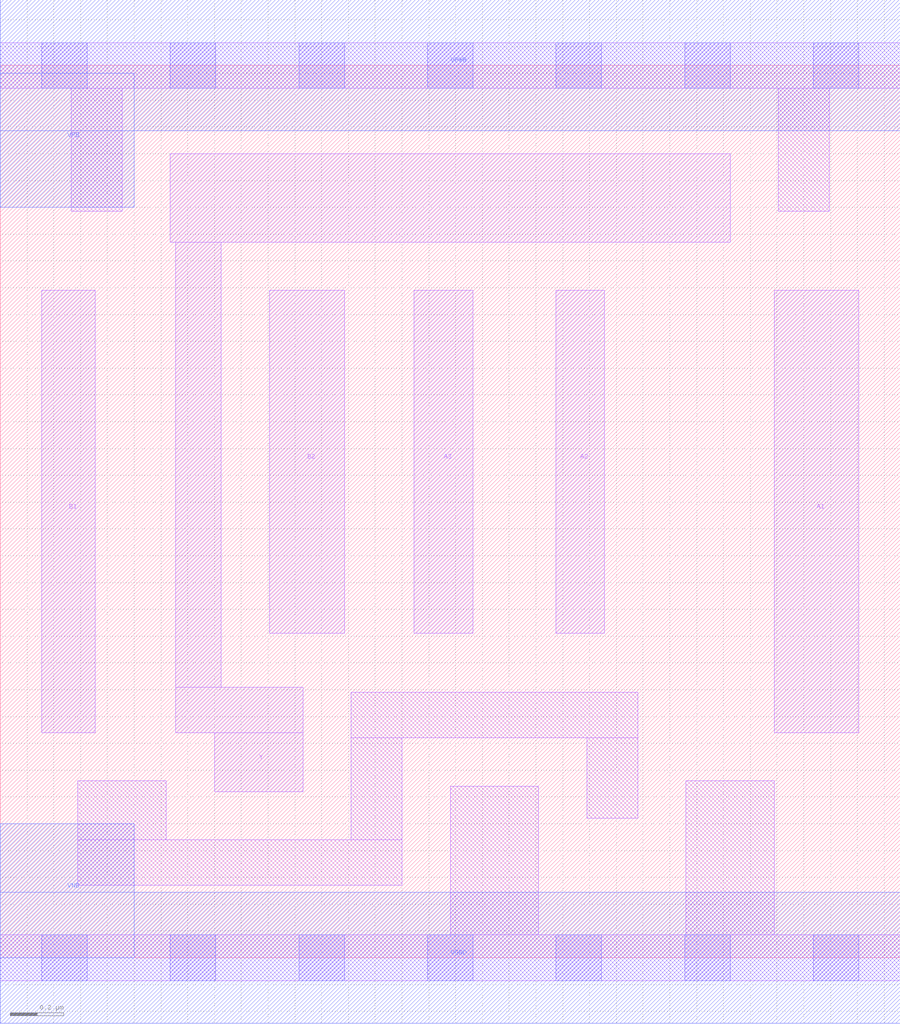
<source format=lef>
# Copyright 2020 The SkyWater PDK Authors
#
# Licensed under the Apache License, Version 2.0 (the "License");
# you may not use this file except in compliance with the License.
# You may obtain a copy of the License at
#
#     https://www.apache.org/licenses/LICENSE-2.0
#
# Unless required by applicable law or agreed to in writing, software
# distributed under the License is distributed on an "AS IS" BASIS,
# WITHOUT WARRANTIES OR CONDITIONS OF ANY KIND, either express or implied.
# See the License for the specific language governing permissions and
# limitations under the License.
#
# SPDX-License-Identifier: Apache-2.0

VERSION 5.5 ;
NAMESCASESENSITIVE ON ;
BUSBITCHARS "[]" ;
DIVIDERCHAR "/" ;
MACRO sky130_fd_sc_lp__o32ai_m
  CLASS CORE ;
  SOURCE USER ;
  ORIGIN  0.000000  0.000000 ;
  SIZE  3.360000 BY  3.330000 ;
  SYMMETRY X Y R90 ;
  SITE unit ;
  PIN A1
    ANTENNAGATEAREA  0.126000 ;
    DIRECTION INPUT ;
    USE SIGNAL ;
    PORT
      LAYER li1 ;
        RECT 2.890000 0.840000 3.205000 2.490000 ;
    END
  END A1
  PIN A2
    ANTENNAGATEAREA  0.126000 ;
    DIRECTION INPUT ;
    USE SIGNAL ;
    PORT
      LAYER li1 ;
        RECT 2.075000 1.210000 2.255000 2.490000 ;
    END
  END A2
  PIN A3
    ANTENNAGATEAREA  0.126000 ;
    DIRECTION INPUT ;
    USE SIGNAL ;
    PORT
      LAYER li1 ;
        RECT 1.545000 1.210000 1.765000 2.490000 ;
    END
  END A3
  PIN B1
    ANTENNAGATEAREA  0.126000 ;
    DIRECTION INPUT ;
    USE SIGNAL ;
    PORT
      LAYER li1 ;
        RECT 0.155000 0.840000 0.355000 2.490000 ;
    END
  END B1
  PIN B2
    ANTENNAGATEAREA  0.126000 ;
    DIRECTION INPUT ;
    USE SIGNAL ;
    PORT
      LAYER li1 ;
        RECT 1.005000 1.210000 1.285000 2.490000 ;
    END
  END B2
  PIN Y
    ANTENNADIFFAREA  0.235200 ;
    DIRECTION OUTPUT ;
    USE SIGNAL ;
    PORT
      LAYER li1 ;
        RECT 0.635000 2.670000 2.725000 3.000000 ;
        RECT 0.655000 0.840000 1.130000 1.010000 ;
        RECT 0.655000 1.010000 0.825000 2.670000 ;
        RECT 0.800000 0.620000 1.130000 0.840000 ;
    END
  END Y
  PIN VGND
    DIRECTION INOUT ;
    USE GROUND ;
    PORT
      LAYER met1 ;
        RECT 0.000000 -0.245000 3.360000 0.245000 ;
    END
  END VGND
  PIN VNB
    DIRECTION INOUT ;
    USE GROUND ;
    PORT
    END
  END VNB
  PIN VPB
    DIRECTION INOUT ;
    USE POWER ;
    PORT
    END
  END VPB
  PIN VNB
    DIRECTION INOUT ;
    USE GROUND ;
    PORT
      LAYER met1 ;
        RECT 0.000000 0.000000 0.500000 0.500000 ;
    END
  END VNB
  PIN VPB
    DIRECTION INOUT ;
    USE POWER ;
    PORT
      LAYER met1 ;
        RECT 0.000000 2.800000 0.500000 3.300000 ;
    END
  END VPB
  PIN VPWR
    DIRECTION INOUT ;
    USE POWER ;
    PORT
      LAYER met1 ;
        RECT 0.000000 3.085000 3.360000 3.575000 ;
    END
  END VPWR
  OBS
    LAYER li1 ;
      RECT 0.000000 -0.085000 3.360000 0.085000 ;
      RECT 0.000000  3.245000 3.360000 3.415000 ;
      RECT 0.265000  2.785000 0.455000 3.245000 ;
      RECT 0.290000  0.270000 1.500000 0.440000 ;
      RECT 0.290000  0.440000 0.620000 0.660000 ;
      RECT 1.310000  0.440000 1.500000 0.820000 ;
      RECT 1.310000  0.820000 2.380000 0.990000 ;
      RECT 1.680000  0.085000 2.010000 0.640000 ;
      RECT 2.190000  0.520000 2.380000 0.820000 ;
      RECT 2.560000  0.085000 2.890000 0.660000 ;
      RECT 2.905000  2.785000 3.095000 3.245000 ;
    LAYER mcon ;
      RECT 0.155000 -0.085000 0.325000 0.085000 ;
      RECT 0.155000  3.245000 0.325000 3.415000 ;
      RECT 0.635000 -0.085000 0.805000 0.085000 ;
      RECT 0.635000  3.245000 0.805000 3.415000 ;
      RECT 1.115000 -0.085000 1.285000 0.085000 ;
      RECT 1.115000  3.245000 1.285000 3.415000 ;
      RECT 1.595000 -0.085000 1.765000 0.085000 ;
      RECT 1.595000  3.245000 1.765000 3.415000 ;
      RECT 2.075000 -0.085000 2.245000 0.085000 ;
      RECT 2.075000  3.245000 2.245000 3.415000 ;
      RECT 2.555000 -0.085000 2.725000 0.085000 ;
      RECT 2.555000  3.245000 2.725000 3.415000 ;
      RECT 3.035000 -0.085000 3.205000 0.085000 ;
      RECT 3.035000  3.245000 3.205000 3.415000 ;
  END
END sky130_fd_sc_lp__o32ai_m
END LIBRARY

</source>
